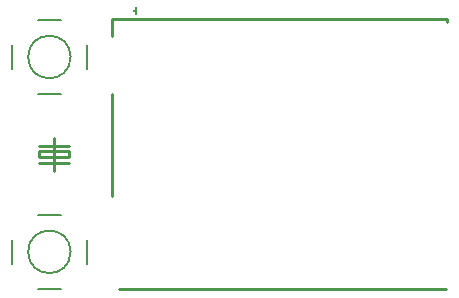
<source format=gto>
G04*
G04 #@! TF.GenerationSoftware,Altium Limited,Altium Designer,21.2.0 (30)*
G04*
G04 Layer_Color=65535*
%FSLAX24Y24*%
%MOIN*%
G70*
G04*
G04 #@! TF.SameCoordinates,6A3BDC20-E317-4547-97BB-DAA7722936CF*
G04*
G04*
G04 #@! TF.FilePolarity,Positive*
G04*
G01*
G75*
%ADD10C,0.0079*%
%ADD11C,0.0010*%
%ADD12C,0.0100*%
G36*
X4605Y4695D02*
X4565D01*
Y4775D01*
X4495D01*
Y4825D01*
X4565D01*
Y4905D01*
X4605D01*
Y4695D01*
D02*
G37*
D10*
X2411Y-3248D02*
G03*
X2411Y-3248I-709J0D01*
G01*
Y3248D02*
G03*
X2411Y3248I-709J0D01*
G01*
X1308Y-2008D02*
X2096D01*
X2942Y-3642D02*
Y-2854D01*
X1308Y-4488D02*
X2096D01*
X462Y-3642D02*
Y-2854D01*
Y2854D02*
Y3642D01*
X1308Y2008D02*
X2096D01*
X2942Y2854D02*
Y3642D01*
X1308Y4488D02*
X2096D01*
D11*
X4605Y4695D02*
Y4905D01*
X4565Y4695D02*
Y4775D01*
X4495D02*
Y4825D01*
X4565D02*
Y4905D01*
X4605D01*
X4495Y4775D02*
X4565D01*
X4495Y4825D02*
X4565D01*
Y4695D02*
X4605D01*
D12*
X1850Y-550D02*
Y320D01*
Y-550D02*
Y-279D01*
Y320D02*
Y550D01*
X2350Y100D02*
X2350Y-100D01*
X1350Y-279D02*
X2350D01*
X1350Y-100D02*
X1350Y100D01*
Y270D02*
X2350Y270D01*
X1350Y-100D02*
X2350D01*
X1350Y100D02*
X2350D01*
X4014Y-4500D02*
X14914D01*
X14952Y4500D02*
X14952Y4400D01*
X3802Y4500D02*
X14952D01*
X3802Y3950D02*
Y4500D01*
X3802Y-1400D02*
Y2000D01*
M02*

</source>
